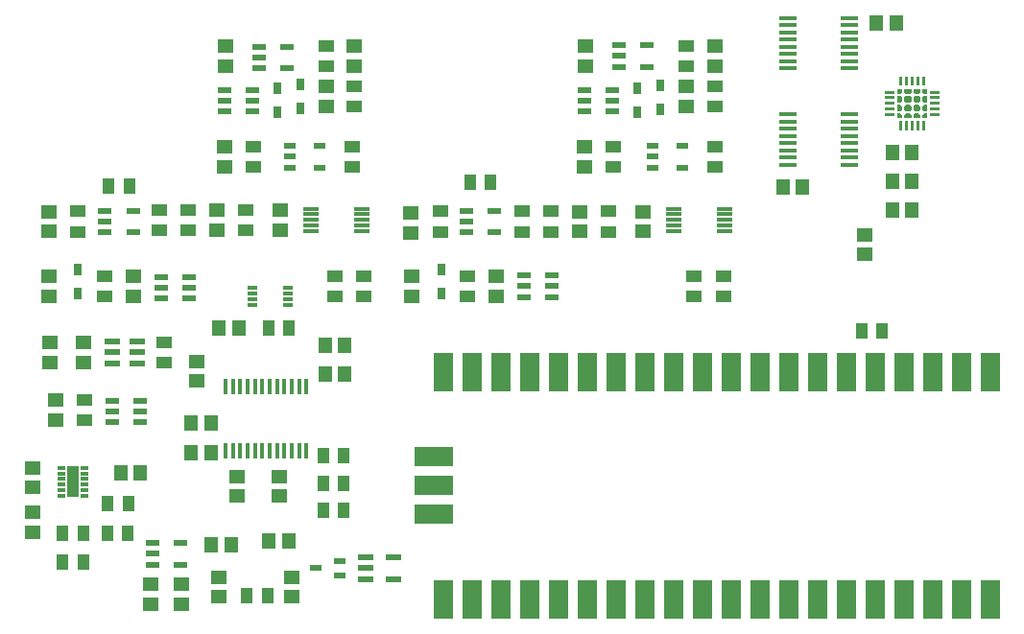
<source format=gbr>
G04 EAGLE Gerber RS-274X export*
G75*
%MOMM*%
%FSLAX34Y34*%
%LPD*%
%INSolderpaste Top*%
%IPPOS*%
%AMOC8*
5,1,8,0,0,1.08239X$1,22.5*%
G01*
G04 Define Apertures*
%ADD10R,1.465300X1.164600*%
%ADD11R,1.164600X1.465300*%
%ADD12R,0.773900X0.985400*%
%ADD13R,1.200000X0.600000*%
%ADD14R,1.528000X0.435000*%
%ADD15R,0.650000X0.300000*%
%ADD16R,1.100000X2.750000*%
%ADD17R,0.850000X0.300000*%
%ADD18R,1.050000X0.550000*%
%ADD19R,1.420200X1.031200*%
%ADD20R,1.031200X1.420200*%
%ADD21R,1.450000X0.300000*%
%ADD22R,1.700000X3.500000*%
%ADD23R,3.500000X1.700000*%
%ADD24R,0.355600X1.422400*%
%ADD25R,1.473200X0.558800*%
%ADD26R,1.050000X0.500000*%
G36*
X792877Y906347D02*
X791389Y904859D01*
X788237Y904859D01*
X786749Y906347D01*
X786749Y909499D01*
X788237Y910987D01*
X791389Y910987D01*
X792877Y909499D01*
X792877Y906347D01*
G37*
G36*
X792877Y914221D02*
X791389Y912733D01*
X788237Y912733D01*
X786749Y914221D01*
X786749Y917373D01*
X788237Y918861D01*
X791389Y918861D01*
X792877Y917373D01*
X792877Y914221D01*
G37*
G36*
X800751Y906347D02*
X799263Y904859D01*
X796111Y904859D01*
X794623Y906347D01*
X794623Y909499D01*
X796111Y910987D01*
X799263Y910987D01*
X800751Y909499D01*
X800751Y906347D01*
G37*
G36*
X800751Y914221D02*
X799263Y912733D01*
X796111Y912733D01*
X794623Y914221D01*
X794623Y917373D01*
X796111Y918861D01*
X799263Y918861D01*
X800751Y917373D01*
X800751Y914221D01*
G37*
G36*
X785003Y906347D02*
X783515Y904859D01*
X780872Y904859D01*
X780872Y910987D01*
X783515Y910987D01*
X785003Y909499D01*
X785003Y906347D01*
G37*
G36*
X785003Y914221D02*
X783515Y912733D01*
X780872Y912733D01*
X780872Y918861D01*
X783515Y918861D01*
X785003Y917373D01*
X785003Y914221D01*
G37*
G36*
X792877Y901625D02*
X792877Y898982D01*
X786749Y898982D01*
X786749Y901625D01*
X788237Y903113D01*
X791389Y903113D01*
X792877Y901625D01*
G37*
G36*
X792877Y922095D02*
X791389Y920607D01*
X788237Y920607D01*
X786749Y922095D01*
X786749Y924738D01*
X792877Y924738D01*
X792877Y922095D01*
G37*
G36*
X800751Y901625D02*
X800751Y898982D01*
X794623Y898982D01*
X794623Y901625D01*
X796111Y903113D01*
X799263Y903113D01*
X800751Y901625D01*
G37*
G36*
X800751Y922095D02*
X799263Y920607D01*
X796111Y920607D01*
X794623Y922095D01*
X794623Y924738D01*
X800751Y924738D01*
X800751Y922095D01*
G37*
G36*
X806628Y910987D02*
X806628Y904859D01*
X803985Y904859D01*
X802497Y906347D01*
X802497Y909499D01*
X803985Y910987D01*
X806628Y910987D01*
G37*
G36*
X806628Y918861D02*
X806628Y912733D01*
X803985Y912733D01*
X802497Y914221D01*
X802497Y917373D01*
X803985Y918861D01*
X806628Y918861D01*
G37*
G36*
X778127Y903137D02*
X778127Y900583D01*
X769873Y900583D01*
X769873Y903137D01*
X778127Y903137D01*
G37*
G36*
X778127Y908137D02*
X778127Y905583D01*
X769873Y905583D01*
X769873Y908137D01*
X778127Y908137D01*
G37*
G36*
X778127Y913137D02*
X778127Y910583D01*
X769873Y910583D01*
X769873Y913137D01*
X778127Y913137D01*
G37*
G36*
X778127Y918137D02*
X778127Y915583D01*
X769873Y915583D01*
X769873Y918137D01*
X778127Y918137D01*
G37*
G36*
X778127Y923137D02*
X778127Y920583D01*
X769873Y920583D01*
X769873Y923137D01*
X778127Y923137D01*
G37*
G36*
X785024Y896237D02*
X785024Y887983D01*
X782470Y887983D01*
X782470Y896237D01*
X785024Y896237D01*
G37*
G36*
X785024Y935737D02*
X785024Y927483D01*
X782470Y927483D01*
X782470Y935737D01*
X785024Y935737D01*
G37*
G36*
X790026Y896237D02*
X790026Y887983D01*
X787472Y887983D01*
X787472Y896237D01*
X790026Y896237D01*
G37*
G36*
X790026Y935737D02*
X790026Y927483D01*
X787472Y927483D01*
X787472Y935737D01*
X790026Y935737D01*
G37*
G36*
X795027Y896237D02*
X795027Y887983D01*
X792473Y887983D01*
X792473Y896237D01*
X795027Y896237D01*
G37*
G36*
X795027Y935737D02*
X795027Y927483D01*
X792473Y927483D01*
X792473Y935737D01*
X795027Y935737D01*
G37*
G36*
X800028Y896237D02*
X800028Y887983D01*
X797474Y887983D01*
X797474Y896237D01*
X800028Y896237D01*
G37*
G36*
X800028Y935737D02*
X800028Y927483D01*
X797474Y927483D01*
X797474Y935737D01*
X800028Y935737D01*
G37*
G36*
X805030Y896237D02*
X805030Y887983D01*
X802476Y887983D01*
X802476Y896237D01*
X805030Y896237D01*
G37*
G36*
X805030Y935737D02*
X805030Y927483D01*
X802476Y927483D01*
X802476Y935737D01*
X805030Y935737D01*
G37*
G36*
X817627Y903137D02*
X817627Y900583D01*
X809373Y900583D01*
X809373Y903137D01*
X817627Y903137D01*
G37*
G36*
X817627Y908137D02*
X817627Y905583D01*
X809373Y905583D01*
X809373Y908137D01*
X817627Y908137D01*
G37*
G36*
X817627Y913137D02*
X817627Y910583D01*
X809373Y910583D01*
X809373Y913137D01*
X817627Y913137D01*
G37*
G36*
X817627Y918137D02*
X817627Y915583D01*
X809373Y915583D01*
X809373Y918137D01*
X817627Y918137D01*
G37*
G36*
X817627Y923137D02*
X817627Y920583D01*
X809373Y920583D01*
X809373Y923137D01*
X817627Y923137D01*
G37*
G36*
X785003Y901625D02*
X785003Y898982D01*
X780872Y898982D01*
X780872Y903113D01*
X783515Y903113D01*
X785003Y901625D01*
G37*
G36*
X785003Y922095D02*
X783515Y920607D01*
X780872Y920607D01*
X780872Y924738D01*
X785003Y924738D01*
X785003Y922095D01*
G37*
G36*
X806628Y903113D02*
X806628Y898982D01*
X802497Y898982D01*
X802497Y901625D01*
X803985Y903113D01*
X806628Y903113D01*
G37*
G36*
X806628Y924738D02*
X806628Y920607D01*
X803985Y920607D01*
X802497Y922095D01*
X802497Y924738D01*
X806628Y924738D01*
G37*
D10*
X187960Y962524D03*
X187960Y945016D03*
X505460Y962524D03*
X505460Y945016D03*
X619760Y962524D03*
X619760Y945016D03*
X594360Y926964D03*
X594360Y909456D03*
X504190Y873624D03*
X504190Y856116D03*
X500380Y798966D03*
X500380Y816474D03*
X556260Y816474D03*
X556260Y798966D03*
X351702Y815204D03*
X351702Y797696D03*
X351790Y741816D03*
X351790Y759324D03*
X426720Y741816D03*
X426720Y759324D03*
X751840Y796154D03*
X751840Y778646D03*
X300990Y962524D03*
X300990Y945016D03*
X162560Y684394D03*
X162560Y666886D03*
D11*
X175124Y629920D03*
X157616Y629920D03*
D10*
X198120Y582794D03*
X198120Y565286D03*
X234950Y582794D03*
X234950Y565286D03*
D11*
X776106Y843280D03*
X793614Y843280D03*
X776106Y868680D03*
X793614Y868680D03*
X776106Y817880D03*
X793614Y817880D03*
X679586Y838200D03*
X697094Y838200D03*
X175124Y603250D03*
X157616Y603250D03*
X275726Y698500D03*
X293234Y698500D03*
D10*
X276860Y926964D03*
X276860Y909456D03*
D11*
X275726Y673100D03*
X293234Y673100D03*
D10*
X33020Y700904D03*
X33020Y683396D03*
D11*
X199536Y713740D03*
X182028Y713740D03*
D10*
X181610Y476386D03*
X181610Y493894D03*
X246380Y476386D03*
X246380Y493894D03*
D11*
X226196Y525780D03*
X243704Y525780D03*
D10*
X62230Y700904D03*
X62230Y683396D03*
X38100Y650104D03*
X38100Y632596D03*
D11*
X95386Y585470D03*
X112894Y585470D03*
D10*
X17780Y590414D03*
X17780Y572906D03*
X186690Y873624D03*
X186690Y856116D03*
X17780Y551044D03*
X17780Y533536D03*
X148590Y487544D03*
X148590Y470036D03*
X121920Y487544D03*
X121920Y470036D03*
D11*
X175396Y521970D03*
X192904Y521970D03*
X762136Y982980D03*
X779644Y982980D03*
D10*
X180340Y800236D03*
X180340Y817744D03*
X236220Y817744D03*
X236220Y800236D03*
X31750Y816474D03*
X31750Y798966D03*
X31750Y741816D03*
X31750Y759324D03*
X106680Y741816D03*
X106680Y759324D03*
D12*
X233680Y925050D03*
X233680Y903750D03*
X254000Y907560D03*
X254000Y928860D03*
X57150Y743730D03*
X57150Y765030D03*
X551180Y925050D03*
X551180Y903750D03*
X571500Y906290D03*
X571500Y927590D03*
X378460Y743730D03*
X378460Y765030D03*
D13*
X211890Y904900D03*
X211890Y914400D03*
X211890Y923900D03*
X186890Y923900D03*
X186890Y914400D03*
X186890Y904900D03*
X534870Y963270D03*
X534870Y953770D03*
X534870Y944270D03*
X559870Y944270D03*
X559870Y963270D03*
D14*
X738310Y857890D03*
X738310Y864230D03*
X738310Y870590D03*
X738310Y876930D03*
X738310Y883290D03*
X738310Y889630D03*
X738310Y895990D03*
X738310Y902330D03*
X684090Y902330D03*
X684090Y895990D03*
X684090Y889630D03*
X684090Y883290D03*
X684090Y876930D03*
X684090Y870590D03*
X684090Y864230D03*
X684090Y857890D03*
D13*
X87830Y649580D03*
X87830Y640080D03*
X87830Y630580D03*
X112830Y630580D03*
X112830Y640080D03*
X112830Y649580D03*
D15*
X42840Y590350D03*
X42840Y585350D03*
X42840Y580350D03*
X42840Y575350D03*
X42840Y570350D03*
X42840Y565350D03*
X63840Y565350D03*
X63840Y570350D03*
X63840Y575350D03*
X63840Y580350D03*
X63840Y585350D03*
X63840Y590350D03*
D16*
X53340Y577850D03*
D13*
X123390Y523850D03*
X123390Y514350D03*
X123390Y504850D03*
X148390Y504850D03*
X148390Y523850D03*
D14*
X684090Y987420D03*
X684090Y981080D03*
X684090Y974720D03*
X684090Y968380D03*
X684090Y962020D03*
X684090Y955680D03*
X684090Y949320D03*
X684090Y942980D03*
X738310Y942980D03*
X738310Y949320D03*
X738310Y955680D03*
X738310Y962020D03*
X738310Y968380D03*
X738310Y974720D03*
X738310Y981080D03*
X738310Y987420D03*
D17*
X243080Y734180D03*
X243080Y739180D03*
X243080Y744180D03*
X243080Y749180D03*
X211580Y749180D03*
X211580Y744180D03*
X211580Y739180D03*
X211580Y734180D03*
D18*
X244810Y874370D03*
X244810Y864870D03*
X244810Y855370D03*
X270810Y855370D03*
X270810Y874370D03*
D13*
X81480Y817220D03*
X81480Y807720D03*
X81480Y798220D03*
X106480Y798220D03*
X106480Y817220D03*
X131010Y758800D03*
X131010Y749300D03*
X131010Y739800D03*
X156010Y739800D03*
X156010Y749300D03*
X156010Y758800D03*
X217370Y962000D03*
X217370Y952500D03*
X217370Y943000D03*
X242370Y943000D03*
X242370Y962000D03*
D18*
X564850Y874370D03*
X564850Y864870D03*
X564850Y855370D03*
X590850Y855370D03*
X590850Y874370D03*
D13*
X529390Y904900D03*
X529390Y914400D03*
X529390Y923900D03*
X504390Y923900D03*
X504390Y914400D03*
X504390Y904900D03*
X400250Y817220D03*
X400250Y807720D03*
X400250Y798220D03*
X425250Y798220D03*
X425250Y817220D03*
X451050Y760070D03*
X451050Y750570D03*
X451050Y741070D03*
X476050Y741070D03*
X476050Y750570D03*
X476050Y760070D03*
D19*
X276860Y962965D03*
X276860Y944575D03*
D20*
X103175Y838962D03*
X84785Y838962D03*
D19*
X81280Y759765D03*
X81280Y741375D03*
X57150Y798525D03*
X57150Y816915D03*
X594360Y962965D03*
X594360Y944575D03*
X619760Y909015D03*
X619760Y927405D03*
X529590Y855675D03*
X529590Y874065D03*
X600710Y741375D03*
X600710Y759765D03*
X619760Y855675D03*
X619760Y874065D03*
X627380Y741375D03*
X627380Y759765D03*
X525780Y798525D03*
X525780Y816915D03*
X300990Y909015D03*
X300990Y927405D03*
X474980Y798525D03*
X474980Y816915D03*
X449580Y816915D03*
X449580Y798525D03*
D20*
X421945Y842010D03*
X403555Y842010D03*
D19*
X401320Y759765D03*
X401320Y741375D03*
X377190Y798525D03*
X377190Y816915D03*
D20*
X767385Y711200D03*
X748995Y711200D03*
X274015Y600710D03*
X292405Y600710D03*
X292405Y552450D03*
X274015Y552450D03*
X292405Y576580D03*
X274015Y576580D03*
X244145Y713740D03*
X225755Y713740D03*
D19*
X212090Y855675D03*
X212090Y874065D03*
D20*
X225095Y477520D03*
X206705Y477520D03*
D19*
X63500Y650545D03*
X63500Y632155D03*
X133350Y701345D03*
X133350Y682955D03*
D20*
X62535Y506730D03*
X44145Y506730D03*
X102413Y558800D03*
X84023Y558800D03*
X101905Y532130D03*
X83515Y532130D03*
X62535Y532130D03*
X44145Y532130D03*
D19*
X284480Y741375D03*
X284480Y759765D03*
X299720Y855675D03*
X299720Y874065D03*
X309880Y741375D03*
X309880Y759765D03*
X205740Y799795D03*
X205740Y818185D03*
X154940Y799795D03*
X154940Y818185D03*
X129540Y818185D03*
X129540Y799795D03*
D21*
X263500Y818990D03*
X263500Y813990D03*
X263500Y808990D03*
X263500Y803990D03*
X263500Y798990D03*
X308000Y798990D03*
X308000Y803990D03*
X308000Y808990D03*
X308000Y813990D03*
X308000Y818990D03*
X583540Y818990D03*
X583540Y813990D03*
X583540Y808990D03*
X583540Y803990D03*
X583540Y798990D03*
X628040Y798990D03*
X628040Y803990D03*
X628040Y808990D03*
X628040Y813990D03*
X628040Y818990D03*
D22*
X862380Y674380D03*
X836980Y674380D03*
X811580Y674380D03*
X786180Y674380D03*
X760780Y674380D03*
X735380Y674380D03*
X709980Y674380D03*
X684580Y674380D03*
X659180Y674380D03*
X633780Y674380D03*
X608380Y674380D03*
X582980Y674380D03*
X557580Y674380D03*
X532180Y674380D03*
X506780Y674380D03*
X481380Y674380D03*
X455980Y674380D03*
X430580Y674380D03*
X405180Y674380D03*
X379780Y674380D03*
X379780Y474380D03*
X405180Y474380D03*
X430580Y474380D03*
X455980Y474380D03*
X481380Y474380D03*
X506780Y474380D03*
X532180Y474380D03*
X557580Y474380D03*
X582980Y474380D03*
X608380Y474380D03*
X633780Y474380D03*
X659180Y474380D03*
X684580Y474380D03*
X709980Y474380D03*
X735380Y474380D03*
X760780Y474380D03*
X786180Y474380D03*
X811580Y474380D03*
X836980Y474380D03*
X862380Y474380D03*
D23*
X371830Y599780D03*
X371830Y574380D03*
X371830Y548980D03*
D24*
X259270Y662178D03*
X252770Y662178D03*
X246270Y662178D03*
X239770Y662178D03*
X233270Y662178D03*
X226770Y662178D03*
X220270Y662178D03*
X213770Y662178D03*
X207270Y662178D03*
X200770Y662178D03*
X194270Y662178D03*
X187770Y662178D03*
X187770Y605282D03*
X194270Y605282D03*
X200770Y605282D03*
X207270Y605282D03*
X213770Y605282D03*
X220270Y605282D03*
X226770Y605282D03*
X233270Y605282D03*
X239770Y605282D03*
X246270Y605282D03*
X252770Y605282D03*
X259270Y605282D03*
D25*
X311912Y511150D03*
X311912Y501650D03*
X311912Y492150D03*
X335788Y492150D03*
X335788Y511150D03*
X110236Y682650D03*
X110236Y692150D03*
X110236Y701650D03*
X87884Y701650D03*
X87884Y692150D03*
X87884Y682650D03*
D26*
X288630Y495150D03*
X288630Y508150D03*
X267630Y501650D03*
M02*

</source>
